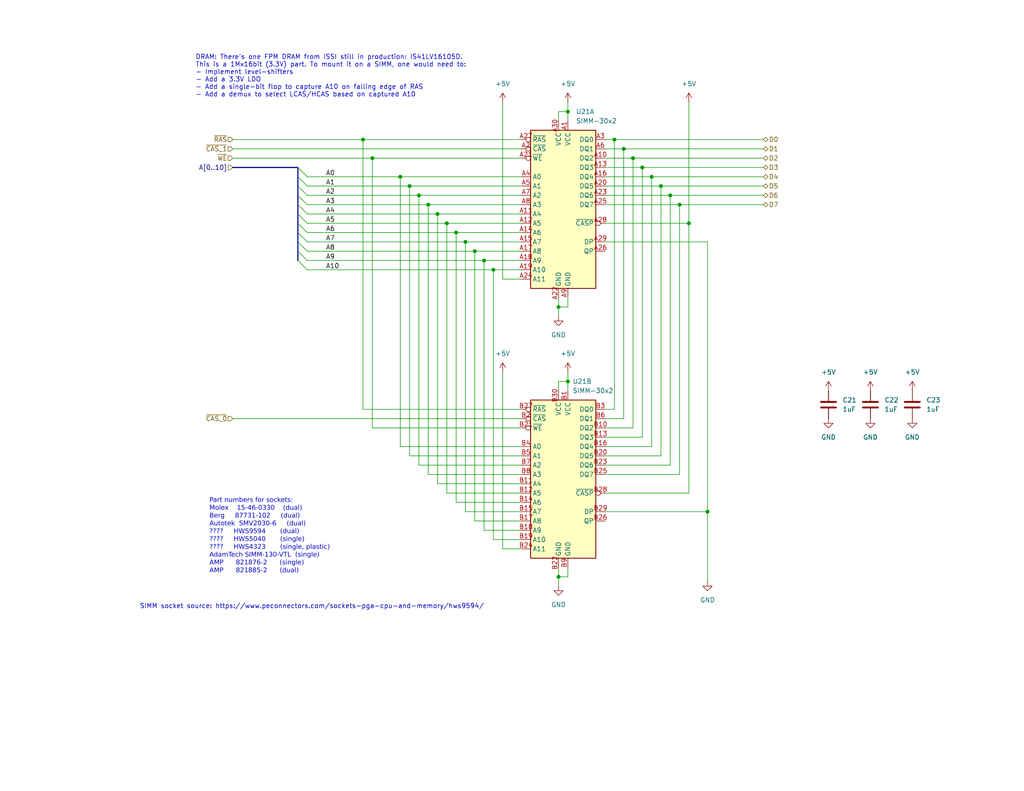
<source format=kicad_sch>
(kicad_sch (version 20230121) (generator eeschema)
  (paper "A")
  (title_block (title "Anachron uATX RAM Bank") (date "2024-02-07") (company "Modular Circuits"))
  (lib_symbols
    (symbol "Device:C" (pin_numbers hide) (pin_names (offset 0.254))
      (property "Reference" "C" (at 0.635 2.54 0))
      (property "Value" "C" (at 0.635 -2.54 0))
      (symbol "C_0_1"
        (polyline (pts (xy -2.032 -0.762) (xy 2.032 -0.762)) (stroke (width 0.508)))
        (polyline (pts (xy -2.032 0.762) (xy 2.032 0.762)) (stroke (width 0.508)))
      )
      (symbol "C_1_1"
        (pin passive line (at 0 3.81 270) (length 2.794) (name "~") (number "1"))
        (pin passive line (at 0 -3.81 90) (length 2.794) (name "~") (number "2"))
      )
    )
    (symbol "anachron:SIMM-30x2"
      (property "Reference" "U" (at -11.43 24.13 0))
      (property "Value" "SIMM-30x2" (at -11.43 21.59 0))
      (symbol "SIMM-30x2_0_1"
        (rectangle (start -7.62 20.32) (end 10.16 -22.86) (stroke (width 0.254)) (fill (type background)))
      )
      (symbol "SIMM-30x2_1_0"
        (pin power_in line (at 2.54 22.86 270) (length 2.54) (name "VCC") (number "A1"))
        (pin bidirectional line (at 12.7 12.7 180) (length 2.54) (name "DQ2") (number "A10"))
        (pin input line (at -10.16 -2.54 0) (length 2.54) (name "A4") (number "A11"))
        (pin input line (at -10.16 -5.08 0) (length 2.54) (name "A5") (number "A12"))
        (pin bidirectional line (at 12.7 10.16 180) (length 2.54) (name "DQ3") (number "A13"))
        (pin input line (at -10.16 -7.62 0) (length 2.54) (name "A6") (number "A14"))
        (pin input line (at -10.16 -10.16 0) (length 2.54) (name "A7") (number "A15"))
        (pin bidirectional line (at 12.7 7.62 180) (length 2.54) (name "DQ4") (number "A16"))
        (pin input line (at -10.16 -12.7 0) (length 2.54) (name "A8") (number "A17"))
        (pin input line (at -10.16 -15.24 0) (length 2.54) (name "A9") (number "A18"))
        (pin input line (at -10.16 -17.78 0) (length 2.54) (name "A10") (number "A19"))
        (pin input inverted (at -10.16 15.24 0) (length 2.54) (name "~{CAS}") (number "A2"))
        (pin bidirectional line (at 12.7 5.08 180) (length 2.54) (name "DQ5") (number "A20"))
        (pin input inverted (at -10.16 12.7 0) (length 2.54) (name "~{WE}") (number "A21"))
        (pin power_in line (at 0 -25.4 90) (length 2.54) (name "GND") (number "A22"))
        (pin bidirectional line (at 12.7 2.54 180) (length 2.54) (name "DQ6") (number "A23"))
        (pin input line (at -10.16 -20.32 0) (length 2.54) (name "A11") (number "A24"))
        (pin bidirectional line (at 12.7 0 180) (length 2.54) (name "DQ7") (number "A25"))
        (pin output line (at 12.7 -12.7 180) (length 2.54) (name "QP") (number "A26"))
        (pin input inverted (at -10.16 17.78 0) (length 2.54) (name "~{RAS}") (number "A27"))
        (pin input inverted (at 12.7 -5.08 180) (length 2.54) (name "~{CASP}") (number "A28"))
        (pin input line (at 12.7 -10.16 180) (length 2.54) (name "DP") (number "A29"))
        (pin bidirectional line (at 12.7 17.78 180) (length 2.54) (name "DQ0") (number "A3"))
        (pin power_in line (at 0 22.86 270) (length 2.54) (name "VCC") (number "A30"))
        (pin input line (at -10.16 7.62 0) (length 2.54) (name "A0") (number "A4"))
        (pin input line (at -10.16 5.08 0) (length 2.54) (name "A1") (number "A5"))
        (pin bidirectional line (at 12.7 15.24 180) (length 2.54) (name "DQ1") (number "A6"))
        (pin input line (at -10.16 2.54 0) (length 2.54) (name "A2") (number "A7"))
        (pin input line (at -10.16 0 0) (length 2.54) (name "A3") (number "A8"))
        (pin power_in line (at 2.54 -25.4 90) (length 2.54) (name "GND") (number "A9"))
      )
      (symbol "SIMM-30x2_2_0"
        (pin power_in line (at 2.54 22.86 270) (length 2.54) (name "VCC") (number "B1"))
        (pin bidirectional line (at 12.7 12.7 180) (length 2.54) (name "DQ2") (number "B10"))
        (pin input line (at -10.16 -2.54 0) (length 2.54) (name "A4") (number "B11"))
        (pin input line (at -10.16 -5.08 0) (length 2.54) (name "A5") (number "B12"))
        (pin bidirectional line (at 12.7 10.16 180) (length 2.54) (name "DQ3") (number "B13"))
        (pin input line (at -10.16 -7.62 0) (length 2.54) (name "A6") (number "B14"))
        (pin input line (at -10.16 -10.16 0) (length 2.54) (name "A7") (number "B15"))
        (pin bidirectional line (at 12.7 7.62 180) (length 2.54) (name "DQ4") (number "B16"))
        (pin input line (at -10.16 -12.7 0) (length 2.54) (name "A8") (number "B17"))
        (pin input line (at -10.16 -15.24 0) (length 2.54) (name "A9") (number "B18"))
        (pin input line (at -10.16 -17.78 0) (length 2.54) (name "A10") (number "B19"))
        (pin input inverted (at -10.16 15.24 0) (length 2.54) (name "~{CAS}") (number "B2"))
        (pin bidirectional line (at 12.7 5.08 180) (length 2.54) (name "DQ5") (number "B20"))
        (pin input inverted (at -10.16 12.7 0) (length 2.54) (name "~{WE}") (number "B21"))
        (pin power_in line (at 0 -25.4 90) (length 2.54) (name "GND") (number "B22"))
        (pin bidirectional line (at 12.7 2.54 180) (length 2.54) (name "DQ6") (number "B23"))
        (pin input line (at -10.16 -20.32 0) (length 2.54) (name "A11") (number "B24"))
        (pin bidirectional line (at 12.7 0 180) (length 2.54) (name "DQ7") (number "B25"))
        (pin output line (at 12.7 -12.7 180) (length 2.54) (name "QP") (number "B26"))
        (pin input inverted (at -10.16 17.78 0) (length 2.54) (name "~{RAS}") (number "B27"))
        (pin input inverted (at 12.7 -5.08 180) (length 2.54) (name "~{CASP}") (number "B28"))
        (pin input line (at 12.7 -10.16 180) (length 2.54) (name "DP") (number "B29"))
        (pin bidirectional line (at 12.7 17.78 180) (length 2.54) (name "DQ0") (number "B3"))
        (pin power_in line (at 0 22.86 270) (length 2.54) (name "VCC") (number "B30"))
        (pin input line (at -10.16 7.62 0) (length 2.54) (name "A0") (number "B4"))
        (pin input line (at -10.16 5.08 0) (length 2.54) (name "A1") (number "B5"))
        (pin bidirectional line (at 12.7 15.24 180) (length 2.54) (name "DQ1") (number "B6"))
        (pin input line (at -10.16 2.54 0) (length 2.54) (name "A2") (number "B7"))
        (pin input line (at -10.16 0 0) (length 2.54) (name "A3") (number "B8"))
        (pin power_in line (at 2.54 -25.4 90) (length 2.54) (name "GND") (number "B9"))
      )
    )
    (symbol "power:+5V" (power) (pin_names (offset 0))
      (property "Value" "+5V" (at 0 3.556 0))
      (symbol "+5V_0_1"
        (polyline (pts (xy -0.762 1.27) (xy 0 2.54)))
        (polyline (pts (xy 0 0) (xy 0 2.54)))
        (polyline (pts (xy 0 2.54) (xy 0.762 1.27)))
      )
      (symbol "+5V_1_1"
        (pin power_in line (at 0 0 90) (length 0) hide (name "+5V") (number "1"))
      )
    )
    (symbol "power:GND" (power) (pin_names (offset 0))
      (property "Value" "GND" (at 0 -3.81 0))
      (symbol "GND_0_1"
        (polyline (pts (xy 0 0) (xy 0 -1.27) (xy 1.27 -1.27) (xy 0 -2.54) (xy -1.27 -1.27) (xy 0 -1.27)))
      )
      (symbol "GND_1_1"
        (pin power_in line (at 0 0 270) (length 0) hide (name "GND") (number "1"))
      )
    )
  )
  (junction (at 154.94 30.48))
  (junction (at 182.88 53.34))
  (junction (at 167.64 38.1))
  (junction (at 116.84 55.88))
  (junction (at 134.62 73.66))
  (junction (at 129.54 68.58))
  (junction (at 119.38 58.42))
  (junction (at 154.94 104.14))
  (junction (at 170.18 40.64))
  (junction (at 127 66.04))
  (junction (at 109.22 48.26))
  (junction (at 99.06 38.1))
  (junction (at 175.26 45.72))
  (junction (at 114.3 53.34))
  (junction (at 121.92 60.96))
  (junction (at 152.4 157.48))
  (junction (at 152.4 83.82))
  (junction (at 124.46 63.5))
  (junction (at 185.42 55.88))
  (junction (at 132.08 71.12))
  (junction (at 172.72 43.18))
  (junction (at 193.04 139.7))
  (junction (at 177.8 48.26))
  (junction (at 101.6 43.18))
  (junction (at 187.96 60.96))
  (junction (at 111.76 50.8))
  (junction (at 180.34 50.8))
  (bus_entry (at 81.28 58.42) (size 2.54 2.54))
  (bus_entry (at 81.28 68.58) (size 2.54 2.54))
  (bus_entry (at 81.28 53.34) (size 2.54 2.54))
  (bus_entry (at 81.28 55.88) (size 2.54 2.54))
  (bus_entry (at 81.28 60.96) (size 2.54 2.54))
  (bus_entry (at 81.28 45.72) (size 2.54 2.54))
  (bus_entry (at 81.28 48.26) (size 2.54 2.54))
  (bus_entry (at 81.28 66.04) (size 2.54 2.54))
  (bus_entry (at 81.28 50.8) (size 2.54 2.54))
  (bus_entry (at 81.28 71.12) (size 2.54 2.54))
  (bus_entry (at 81.28 63.5) (size 2.54 2.54))
  (wire (pts (xy 114.3 53.34) (xy 142.24 53.34)))
  (wire (pts (xy 152.4 104.14) (xy 154.94 104.14)))
  (wire (pts (xy 152.4 157.48) (xy 152.4 154.94)))
  (wire (pts (xy 154.94 81.28) (xy 154.94 83.82)))
  (wire (pts (xy 165.1 53.34) (xy 182.88 53.34)))
  (bus (pts (xy 81.28 53.34) (xy 81.28 55.88)))
  (wire (pts (xy 111.76 124.46) (xy 111.76 50.8)))
  (wire (pts (xy 185.42 129.54) (xy 165.1 129.54)))
  (bus (pts (xy 81.28 55.88) (xy 81.28 58.42)))
  (wire (pts (xy 121.92 60.96) (xy 142.24 60.96)))
  (wire (pts (xy 154.94 101.6) (xy 154.94 104.14)))
  (wire (pts (xy 185.42 55.88) (xy 185.42 129.54)))
  (wire (pts (xy 182.88 53.34) (xy 208.28 53.34)))
  (wire (pts (xy 83.82 50.8) (xy 111.76 50.8)))
  (wire (pts (xy 154.94 157.48) (xy 152.4 157.48)))
  (wire (pts (xy 175.26 119.38) (xy 165.1 119.38)))
  (wire (pts (xy 129.54 68.58) (xy 142.24 68.58)))
  (wire (pts (xy 127 66.04) (xy 142.24 66.04)))
  (wire (pts (xy 154.94 154.94) (xy 154.94 157.48)))
  (wire (pts (xy 132.08 71.12) (xy 132.08 144.78)))
  (wire (pts (xy 99.06 111.76) (xy 99.06 38.1)))
  (wire (pts (xy 165.1 134.62) (xy 187.96 134.62)))
  (wire (pts (xy 180.34 50.8) (xy 208.28 50.8)))
  (wire (pts (xy 170.18 40.64) (xy 170.18 114.3)))
  (wire (pts (xy 137.16 76.2) (xy 142.24 76.2)))
  (wire (pts (xy 137.16 101.6) (xy 137.16 149.86)))
  (wire (pts (xy 121.92 134.62) (xy 121.92 60.96)))
  (wire (pts (xy 142.24 137.16) (xy 124.46 137.16)))
  (wire (pts (xy 142.24 149.86) (xy 137.16 149.86)))
  (wire (pts (xy 187.96 60.96) (xy 187.96 134.62)))
  (wire (pts (xy 177.8 121.92) (xy 165.1 121.92)))
  (wire (pts (xy 83.82 53.34) (xy 114.3 53.34)))
  (wire (pts (xy 83.82 73.66) (xy 134.62 73.66)))
  (wire (pts (xy 142.24 142.24) (xy 129.54 142.24)))
  (wire (pts (xy 154.94 27.94) (xy 154.94 30.48)))
  (wire (pts (xy 170.18 114.3) (xy 165.1 114.3)))
  (wire (pts (xy 193.04 139.7) (xy 193.04 158.75)))
  (wire (pts (xy 142.24 124.46) (xy 111.76 124.46)))
  (wire (pts (xy 165.1 66.04) (xy 193.04 66.04)))
  (wire (pts (xy 165.1 40.64) (xy 170.18 40.64)))
  (wire (pts (xy 83.82 63.5) (xy 124.46 63.5)))
  (wire (pts (xy 193.04 66.04) (xy 193.04 139.7)))
  (wire (pts (xy 63.5 114.3) (xy 142.24 114.3)))
  (wire (pts (xy 137.16 27.94) (xy 137.16 76.2)))
  (wire (pts (xy 167.64 38.1) (xy 167.64 111.76)))
  (wire (pts (xy 119.38 132.08) (xy 119.38 58.42)))
  (wire (pts (xy 129.54 68.58) (xy 129.54 142.24)))
  (wire (pts (xy 116.84 55.88) (xy 142.24 55.88)))
  (wire (pts (xy 83.82 55.88) (xy 116.84 55.88)))
  (wire (pts (xy 142.24 127) (xy 114.3 127)))
  (bus (pts (xy 81.28 63.5) (xy 81.28 66.04)))
  (wire (pts (xy 175.26 45.72) (xy 175.26 119.38)))
  (wire (pts (xy 142.24 132.08) (xy 119.38 132.08)))
  (wire (pts (xy 83.82 60.96) (xy 121.92 60.96)))
  (wire (pts (xy 167.64 38.1) (xy 208.28 38.1)))
  (wire (pts (xy 182.88 127) (xy 165.1 127)))
  (wire (pts (xy 124.46 137.16) (xy 124.46 63.5)))
  (wire (pts (xy 111.76 50.8) (xy 142.24 50.8)))
  (bus (pts (xy 81.28 58.42) (xy 81.28 60.96)))
  (wire (pts (xy 132.08 144.78) (xy 142.24 144.78)))
  (wire (pts (xy 152.4 86.36) (xy 152.4 83.82)))
  (wire (pts (xy 177.8 48.26) (xy 177.8 121.92)))
  (bus (pts (xy 81.28 60.96) (xy 81.28 63.5)))
  (wire (pts (xy 165.1 139.7) (xy 193.04 139.7)))
  (wire (pts (xy 180.34 124.46) (xy 165.1 124.46)))
  (wire (pts (xy 165.1 43.18) (xy 172.72 43.18)))
  (wire (pts (xy 142.24 147.32) (xy 134.62 147.32)))
  (wire (pts (xy 165.1 45.72) (xy 175.26 45.72)))
  (wire (pts (xy 134.62 147.32) (xy 134.62 73.66)))
  (wire (pts (xy 182.88 53.34) (xy 182.88 127)))
  (wire (pts (xy 142.24 121.92) (xy 109.22 121.92)))
  (wire (pts (xy 180.34 50.8) (xy 180.34 124.46)))
  (wire (pts (xy 109.22 121.92) (xy 109.22 48.26)))
  (wire (pts (xy 83.82 48.26) (xy 109.22 48.26)))
  (wire (pts (xy 114.3 127) (xy 114.3 53.34)))
  (wire (pts (xy 165.1 38.1) (xy 167.64 38.1)))
  (wire (pts (xy 165.1 50.8) (xy 180.34 50.8)))
  (wire (pts (xy 83.82 66.04) (xy 127 66.04)))
  (wire (pts (xy 142.24 129.54) (xy 116.84 129.54)))
  (wire (pts (xy 177.8 48.26) (xy 208.28 48.26)))
  (wire (pts (xy 101.6 116.84) (xy 101.6 43.18)))
  (bus (pts (xy 81.28 45.72) (xy 81.28 48.26)))
  (wire (pts (xy 152.4 83.82) (xy 154.94 83.82)))
  (wire (pts (xy 109.22 48.26) (xy 142.24 48.26)))
  (bus (pts (xy 81.28 66.04) (xy 81.28 68.58)))
  (wire (pts (xy 142.24 134.62) (xy 121.92 134.62)))
  (bus (pts (xy 81.28 50.8) (xy 81.28 53.34)))
  (wire (pts (xy 172.72 43.18) (xy 208.28 43.18)))
  (wire (pts (xy 83.82 71.12) (xy 132.08 71.12)))
  (wire (pts (xy 170.18 40.64) (xy 208.28 40.64)))
  (wire (pts (xy 142.24 111.76) (xy 99.06 111.76)))
  (wire (pts (xy 63.5 38.1) (xy 99.06 38.1)))
  (wire (pts (xy 165.1 60.96) (xy 187.96 60.96)))
  (wire (pts (xy 142.24 139.7) (xy 127 139.7)))
  (bus (pts (xy 81.28 48.26) (xy 81.28 50.8)))
  (wire (pts (xy 142.24 116.84) (xy 101.6 116.84)))
  (wire (pts (xy 83.82 58.42) (xy 119.38 58.42)))
  (wire (pts (xy 154.94 30.48) (xy 154.94 33.02)))
  (wire (pts (xy 175.26 45.72) (xy 208.28 45.72)))
  (wire (pts (xy 152.4 83.82) (xy 152.4 81.28)))
  (wire (pts (xy 154.94 104.14) (xy 154.94 106.68)))
  (wire (pts (xy 124.46 63.5) (xy 142.24 63.5)))
  (wire (pts (xy 83.82 68.58) (xy 129.54 68.58)))
  (wire (pts (xy 172.72 116.84) (xy 165.1 116.84)))
  (wire (pts (xy 63.5 43.18) (xy 101.6 43.18)))
  (wire (pts (xy 152.4 106.68) (xy 152.4 104.14)))
  (wire (pts (xy 167.64 111.76) (xy 165.1 111.76)))
  (wire (pts (xy 187.96 27.94) (xy 187.96 60.96)))
  (wire (pts (xy 185.42 55.88) (xy 208.28 55.88)))
  (wire (pts (xy 127 66.04) (xy 127 139.7)))
  (bus (pts (xy 81.28 68.58) (xy 81.28 71.12)))
  (wire (pts (xy 152.4 33.02) (xy 152.4 30.48)))
  (wire (pts (xy 152.4 160.02) (xy 152.4 157.48)))
  (bus (pts (xy 63.5 45.72) (xy 81.28 45.72)))
  (wire (pts (xy 99.06 38.1) (xy 142.24 38.1)))
  (wire (pts (xy 165.1 55.88) (xy 185.42 55.88)))
  (wire (pts (xy 119.38 58.42) (xy 142.24 58.42)))
  (wire (pts (xy 132.08 71.12) (xy 142.24 71.12)))
  (wire (pts (xy 63.5 40.64) (xy 142.24 40.64)))
  (wire (pts (xy 172.72 43.18) (xy 172.72 116.84)))
  (wire (pts (xy 101.6 43.18) (xy 142.24 43.18)))
  (wire (pts (xy 152.4 30.48) (xy 154.94 30.48)))
  (wire (pts (xy 134.62 73.66) (xy 142.24 73.66)))
  (wire (pts (xy 116.84 129.54) (xy 116.84 55.88)))
  (wire (pts (xy 165.1 48.26) (xy 177.8 48.26)))
  (text "Part numbers for sockets:\nMolex    15-46-0330    (dual)\nBerg     87731-102     (dual)\nAutotek  SMV2030-6     (dual)\n????     HWS9594       (dual)\n????     HWS5040       (single)\n????     HWS4323       (single, plastic)\nAdamTech SIMM-130-VTL  (single)\nAMP      821876-2      (single)\nAMP      821885-2      (dual)\n\n\n" (at 57.15 161.29 0) (effects (font (size 1.27 1.27)) (justify left bottom)))
  (text "DRAM: There's one FPM DRAM from ISSI still in production: IS41LV16105D.\nThis is a 1Mx16bit (3.3V) part. To mount it on a SIMM, one would need to:\n- Implement level-shifters\n- Add a 3.3V LDO\n- Add a single-bit flop to capture A10 on falling edge of RAS\n- Add a demux to select LCAS/HCAS based on captured A10" (at 53.34 26.67 0) (effects (font (size 1.27 1.27)) (justify left bottom)))
  (text "SIMM socket source: https://www.peconnectors.com/sockets-pga-cpu-and-memory/hws9594/" (at 38.1 166.37 0) (effects (font (size 1.27 1.27)) (justify left bottom)))
  (label "A9" (at 88.9 71.12 0))
  (label "A0" (at 88.9 48.26 0))
  (label "A2" (at 88.9 53.34 0))
  (label "A6" (at 88.9 63.5 0))
  (label "A8" (at 88.9 68.58 0))
  (label "A5" (at 88.9 60.96 0))
  (label "A10" (at 88.9 73.66 0))
  (label "A4" (at 88.9 58.42 0))
  (label "A1" (at 88.9 50.8 0))
  (label "A3" (at 88.9 55.88 0))
  (label "A7" (at 88.9 66.04 0))
  (hierarchical_label "D3" (shape bidirectional) (at 208.28 45.72 0))
  (hierarchical_label "~{CAS_1}" (shape input) (at 63.5 40.64 180))
  (hierarchical_label "D4" (shape bidirectional) (at 208.28 48.26 0))
  (hierarchical_label "D6" (shape bidirectional) (at 208.28 53.34 0))
  (hierarchical_label "D2" (shape bidirectional) (at 208.28 43.18 0))
  (hierarchical_label "~{RAS}" (shape input) (at 63.5 38.1 180))
  (hierarchical_label "~{WE}" (shape input) (at 63.5 43.18 180))
  (hierarchical_label "D5" (shape bidirectional) (at 208.28 50.8 0))
  (hierarchical_label "D0" (shape bidirectional) (at 208.28 38.1 0))
  (hierarchical_label "D7" (shape bidirectional) (at 208.28 55.88 0))
  (hierarchical_label "~{CAS_0}" (shape input) (at 63.5 114.3 180))
  (hierarchical_label "D1" (shape bidirectional) (at 208.28 40.64 0))
  (hierarchical_label "A[0..10]" (shape input) (at 63.5 45.72 180))
  (symbol (lib_id "power:GND") (at 237.49 114.3 0) (unit 1)
    (property "Reference" "#PWR0124" (effects hide))
    (property "Value" "GND" (at 237.49 119.38 0))
    (instances (project "a1_micro_atx" (path "" (reference "#PWR0124") (unit 1)) (path "" (reference "#PWR0214") (unit 1))))
  )
  (symbol (lib_id "power:+5V") (at 154.94 27.94 0) (unit 1)
    (property "Reference" "#PWR0115" (effects hide))
    (property "Value" "+5V" (at 154.94 22.86 0))
    (instances (project "a1_micro_atx" (path "" (reference "#PWR0115") (unit 1)) (path "" (reference "#PWR0205") (unit 1))))
  )
  (symbol (lib_id "power:+5V") (at 154.94 101.6 0) (unit 1)
    (property "Reference" "#PWR0116" (effects hide))
    (property "Value" "+5V" (at 154.94 96.52 0))
    (instances (project "a1_micro_atx" (path "" (reference "#PWR0116") (unit 1)) (path "" (reference "#PWR0206") (unit 1))))
  )
  (symbol (lib_id "power:+5V") (at 187.96 27.94 0) (unit 1)
    (property "Reference" "#PWR0117" (effects hide))
    (property "Value" "+5V" (at 187.96 22.86 0))
    (instances (project "a1_micro_atx" (path "" (reference "#PWR0117") (unit 1)) (path "" (reference "#PWR0207") (unit 1))))
  )
  (symbol (lib_id "power:GND") (at 193.04 158.75 0) (unit 1)
    (property "Reference" "#PWR0118" (effects hide))
    (property "Value" "GND" (at 193.04 163.83 0))
    (instances (project "a1_micro_atx" (path "" (reference "#PWR0118") (unit 1)) (path "" (reference "#PWR0208") (unit 1))))
  )
  (symbol (lib_id "Device:C") (at 248.92 110.49 0) (unit 1)
    (property "Reference" "C23" (at 252.73 109.22 0) (effects (justify left)))
    (property "Value" "1uF" (at 252.73 111.76 0) (effects (justify left)))
    (property "Footprint" "Capacitor_THT:C_Disc_D4.7mm_W2.5mm_P5.00mm" (effects hide))
    (property "mpf#" "FG28X5R1H105KRT06" (effects hide))
    (instances (project "a1_micro_atx" (path "" (reference "C23") (unit 1)) (path "" (reference "C53") (unit 1))))
  )
  (symbol (lib_id "power:GND") (at 152.4 160.02 0) (unit 1)
    (property "Reference" "#PWR0114" (effects hide))
    (property "Value" "GND" (at 152.4 165.1 0))
    (instances (project "a1_micro_atx" (path "" (reference "#PWR0114") (unit 1)) (path "" (reference "#PWR0204") (unit 1))))
  )
  (symbol (lib_id "Device:C") (at 237.49 110.49 0) (unit 1)
    (property "Reference" "C22" (at 241.3 109.22 0) (effects (justify left)))
    (property "Value" "1uF" (at 241.3 111.76 0) (effects (justify left)))
    (property "Footprint" "Capacitor_THT:C_Disc_D4.7mm_W2.5mm_P5.00mm" (effects hide))
    (property "mpf#" "FG28X5R1H105KRT06" (effects hide))
    (instances (project "a1_micro_atx" (path "" (reference "C22") (unit 1)) (path "" (reference "C52") (unit 1))))
  )
  (symbol (lib_id "anachron:SIMM-30x2") (at 152.4 55.88 0) (unit 1)
    (property "Reference" "U21" (at 157.1341 30.48 0) (effects (justify left)))
    (property "Value" "SIMM-30x2" (at 157.1341 33.02 0) (effects (justify left)))
    (property "Footprint" "anachron:SIMM-30x2_VERT" (effects hide))
    (instances (project "a1_micro_atx" (path "" (reference "U21") (unit 1)) (path "" (reference "U20") (unit 1))))
  )
  (symbol (lib_id "anachron:SIMM-30x2") (at 152.4 129.54 0) (unit 2)
    (property "Reference" "U21" (at 156.21 104.14 0) (effects (justify left)))
    (property "Value" "SIMM-30x2" (at 156.21 106.68 0) (effects (justify left)))
    (property "Footprint" "anachron:SIMM-30x2_VERT" (effects hide))
    (instances (project "a1_micro_atx" (path "" (reference "U21") (unit 2)) (path "" (reference "U20") (unit 2))))
  )
  (symbol (lib_id "power:+5V") (at 226.06 106.68 0) (unit 1)
    (property "Reference" "#PWR0121" (effects hide))
    (property "Value" "+5V" (at 226.06 101.6 0))
    (instances (project "a1_micro_atx" (path "" (reference "#PWR0121") (unit 1)) (path "" (reference "#PWR0211") (unit 1))))
  )
  (symbol (lib_id "Device:C") (at 226.06 110.49 0) (unit 1)
    (property "Reference" "C21" (at 229.87 109.22 0) (effects (justify left)))
    (property "Value" "1uF" (at 229.87 111.76 0) (effects (justify left)))
    (property "Footprint" "Capacitor_THT:C_Disc_D4.7mm_W2.5mm_P5.00mm" (effects hide))
    (property "mpf#" "FG28X5R1H105KRT06" (effects hide))
    (instances (project "a1_micro_atx" (path "" (reference "C21") (unit 1)) (path "" (reference "C51") (unit 1))))
  )
  (symbol (lib_id "power:GND") (at 248.92 114.3 0) (unit 1)
    (property "Reference" "#PWR0126" (effects hide))
    (property "Value" "GND" (at 248.92 119.38 0))
    (instances (project "a1_micro_atx" (path "" (reference "#PWR0126") (unit 1)) (path "" (reference "#PWR0216") (unit 1))))
  )
  (symbol (lib_id "power:+5V") (at 237.49 106.68 0) (unit 1)
    (property "Reference" "#PWR0123" (effects hide))
    (property "Value" "+5V" (at 237.49 101.6 0))
    (instances (project "a1_micro_atx" (path "" (reference "#PWR0123") (unit 1)) (path "" (reference "#PWR0213") (unit 1))))
  )
  (symbol (lib_id "power:+5V") (at 248.92 106.68 0) (unit 1)
    (property "Reference" "#PWR0125" (effects hide))
    (property "Value" "+5V" (at 248.92 101.6 0))
    (instances (project "a1_micro_atx" (path "" (reference "#PWR0125") (unit 1)) (path "" (reference "#PWR0215") (unit 1))))
  )
  (symbol (lib_id "power:+5V") (at 137.16 27.94 0) (unit 1)
    (property "Reference" "#PWR0111" (effects hide))
    (property "Value" "+5V" (at 137.16 22.86 0))
    (instances (project "a1_micro_atx" (path "" (reference "#PWR0111") (unit 1)) (path "" (reference "#PWR0201") (unit 1))))
  )
  (symbol (lib_id "power:+5V") (at 137.16 101.6 0) (unit 1)
    (property "Reference" "#PWR0112" (effects hide))
    (property "Value" "+5V" (at 137.16 96.52 0))
    (instances (project "a1_micro_atx" (path "" (reference "#PWR0112") (unit 1)) (path "" (reference "#PWR0202") (unit 1))))
  )
  (symbol (lib_id "power:GND") (at 152.4 86.36 0) (unit 1)
    (property "Reference" "#PWR0113" (effects hide))
    (property "Value" "GND" (at 152.4 91.44 0))
    (instances (project "a1_micro_atx" (path "" (reference "#PWR0113") (unit 1)) (path "" (reference "#PWR0203") (unit 1))))
  )
  (symbol (lib_id "power:GND") (at 226.06 114.3 0) (unit 1)
    (property "Reference" "#PWR0122" (effects hide))
    (property "Value" "GND" (at 226.06 119.38 0))
    (instances (project "a1_micro_atx" (path "" (reference "#PWR0122") (unit 1)) (path "" (reference "#PWR0212") (unit 1))))
  )
)
</source>
